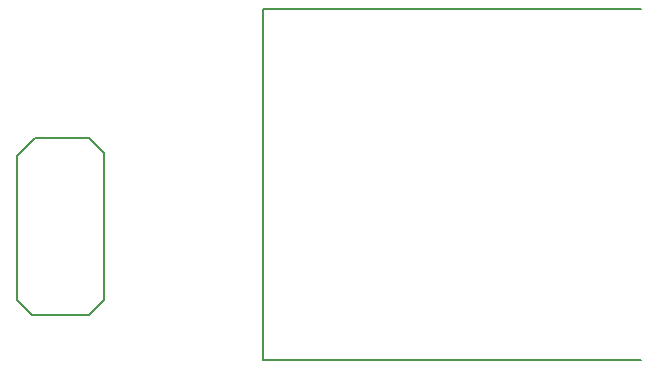
<source format=gbr>
G04 #@! TF.FileFunction,Profile,NP*
%FSLAX46Y46*%
G04 Gerber Fmt 4.6, Leading zero omitted, Abs format (unit mm)*
G04 Created by KiCad (PCBNEW 4.0.0-rc1-stable) date 11/18/2015 12:21:30 AM*
%MOMM*%
G01*
G04 APERTURE LIST*
%ADD10C,0.100000*%
%ADD11C,0.150000*%
G04 APERTURE END LIST*
D10*
D11*
X102870000Y-102362000D02*
X102870000Y-103124000D01*
X104394000Y-100838000D02*
X102870000Y-102362000D01*
X108966000Y-100838000D02*
X104394000Y-100838000D01*
X110236000Y-102108000D02*
X108966000Y-100838000D01*
X110236000Y-103124000D02*
X110236000Y-102108000D01*
X110236000Y-114554000D02*
X110236000Y-103124000D01*
X108966000Y-115824000D02*
X110236000Y-114554000D01*
X104140000Y-115824000D02*
X108966000Y-115824000D01*
X102870000Y-114554000D02*
X104140000Y-115824000D01*
X102870000Y-103124000D02*
X102870000Y-114554000D01*
X123698000Y-89916000D02*
X155702000Y-89916000D01*
X123698000Y-119634000D02*
X155702000Y-119634000D01*
X123698000Y-89916000D02*
X123698000Y-119634000D01*
M02*

</source>
